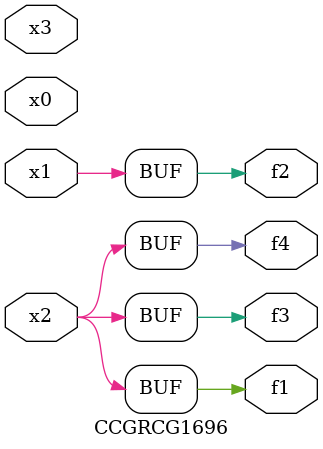
<source format=v>
module CCGRCG1696(
	input x0, x1, x2, x3,
	output f1, f2, f3, f4
);
	assign f1 = x2;
	assign f2 = x1;
	assign f3 = x2;
	assign f4 = x2;
endmodule

</source>
